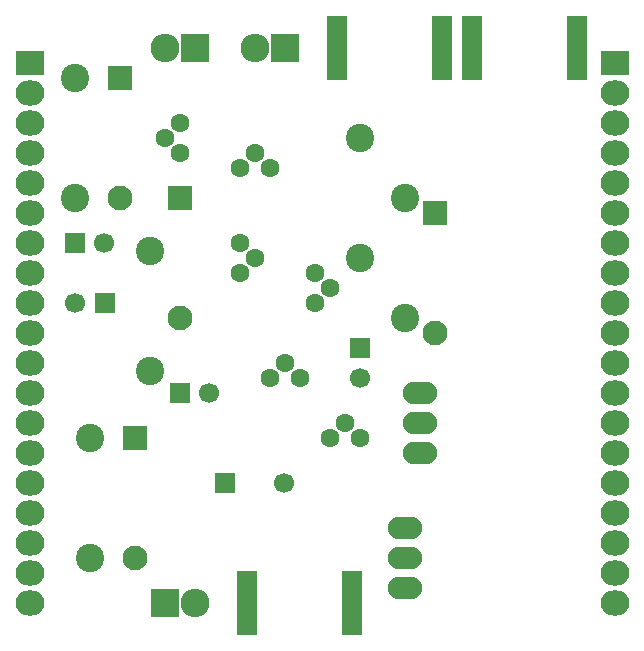
<source format=gbr>
G04 #@! TF.FileFunction,Soldermask,Bot*
%FSLAX46Y46*%
G04 Gerber Fmt 4.6, Leading zero omitted, Abs format (unit mm)*
G04 Created by KiCad (PCBNEW 4.0.3+e1-6302~38~ubuntu16.04.1-stable) date Thu Aug 25 17:18:38 2016*
%MOMM*%
%LPD*%
G01*
G04 APERTURE LIST*
%ADD10C,0.100000*%
%ADD11R,1.700000X1.700000*%
%ADD12C,1.700000*%
%ADD13C,2.099260*%
%ADD14R,2.099260X2.099260*%
%ADD15R,2.432000X2.432000*%
%ADD16O,2.432000X2.432000*%
%ADD17C,1.600000*%
%ADD18O,2.899360X1.901140*%
%ADD19C,2.398980*%
%ADD20R,1.670000X5.480000*%
%ADD21R,2.432000X2.127200*%
%ADD22O,2.432000X2.127200*%
G04 APERTURE END LIST*
D10*
D11*
X48260000Y-101600000D03*
D12*
X45760000Y-101600000D03*
D11*
X54610000Y-109220000D03*
D12*
X57110000Y-109220000D03*
D11*
X58420000Y-116840000D03*
D12*
X63420000Y-116840000D03*
D11*
X69850000Y-105410000D03*
D12*
X69850000Y-107910000D03*
D11*
X45720000Y-96520000D03*
D12*
X48220000Y-96520000D03*
D13*
X54612540Y-102870520D03*
D14*
X54612540Y-92710520D03*
D13*
X49532540Y-92710520D03*
D14*
X49532540Y-82550520D03*
D15*
X53340000Y-127000000D03*
D16*
X55880000Y-127000000D03*
D15*
X55880000Y-80010000D03*
D16*
X53340000Y-80010000D03*
D17*
X59690000Y-99060000D03*
X60960000Y-97790000D03*
X59690000Y-96520000D03*
X54610000Y-86360000D03*
X53340000Y-87630000D03*
X54610000Y-88900000D03*
X62230000Y-90170000D03*
X60960000Y-88900000D03*
X59690000Y-90170000D03*
X69850000Y-113030000D03*
X68580000Y-111760000D03*
X67310000Y-113030000D03*
X66040000Y-101600000D03*
X67310000Y-100330000D03*
X66040000Y-99060000D03*
X64770000Y-107950000D03*
X63500000Y-106680000D03*
X62230000Y-107950000D03*
D18*
X74930000Y-111760000D03*
X74930000Y-114300000D03*
X74930000Y-109220000D03*
X73660000Y-123190000D03*
X73660000Y-120650000D03*
X73660000Y-125730000D03*
D19*
X45720000Y-82550000D03*
X45720000Y-92710000D03*
X52070000Y-107315000D03*
X52070000Y-97155000D03*
X46990000Y-113030000D03*
X46990000Y-123190000D03*
X73660000Y-92710000D03*
X73660000Y-102870000D03*
X69850000Y-87630000D03*
X69850000Y-97790000D03*
D13*
X76202540Y-104140520D03*
D14*
X76202540Y-93980520D03*
D13*
X50802540Y-123190520D03*
D14*
X50802540Y-113030520D03*
D15*
X63500000Y-80010000D03*
D16*
X60960000Y-80010000D03*
D20*
X76835000Y-80010000D03*
X67945000Y-80010000D03*
X60325000Y-127000000D03*
X69215000Y-127000000D03*
X88265000Y-80010000D03*
X79375000Y-80010000D03*
D21*
X41910000Y-81280000D03*
D22*
X41910000Y-83820000D03*
X41910000Y-86360000D03*
X41910000Y-88900000D03*
X41910000Y-91440000D03*
X41910000Y-93980000D03*
X41910000Y-96520000D03*
X41910000Y-99060000D03*
X41910000Y-101600000D03*
X41910000Y-104140000D03*
X41910000Y-106680000D03*
X41910000Y-109220000D03*
X41910000Y-111760000D03*
X41910000Y-114300000D03*
X41910000Y-116840000D03*
X41910000Y-119380000D03*
X41910000Y-121920000D03*
X41910000Y-124460000D03*
X41910000Y-127000000D03*
D21*
X91440000Y-81280000D03*
D22*
X91440000Y-83820000D03*
X91440000Y-86360000D03*
X91440000Y-88900000D03*
X91440000Y-91440000D03*
X91440000Y-93980000D03*
X91440000Y-96520000D03*
X91440000Y-99060000D03*
X91440000Y-101600000D03*
X91440000Y-104140000D03*
X91440000Y-106680000D03*
X91440000Y-109220000D03*
X91440000Y-111760000D03*
X91440000Y-114300000D03*
X91440000Y-116840000D03*
X91440000Y-119380000D03*
X91440000Y-121920000D03*
X91440000Y-124460000D03*
X91440000Y-127000000D03*
M02*

</source>
